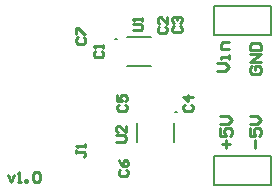
<source format=gto>
G04*
G04 #@! TF.GenerationSoftware,Altium Limited,Altium Designer,21.2.0 (30)*
G04*
G04 Layer_Color=65535*
%FSLAX25Y25*%
%MOIN*%
G70*
G04*
G04 #@! TF.SameCoordinates,97C633C7-0035-430A-B59B-8A352E4D0A73*
G04*
G04*
G04 #@! TF.FilePolarity,Positive*
G04*
G01*
G75*
%ADD10C,0.00787*%
%ADD11C,0.00500*%
%ADD12C,0.01000*%
D10*
X40585Y50077D02*
X39797D01*
X40585D01*
X60532Y25689D02*
X59744D01*
X60532D01*
X72756Y61181D02*
X91772D01*
X72756Y51339D02*
Y61181D01*
Y51339D02*
X91772D01*
Y61181D01*
X72756Y11181D02*
X91772D01*
X72756Y1339D02*
Y11181D01*
Y1339D02*
X91772D01*
Y11181D01*
D11*
X43898Y50728D02*
X51772D01*
X43898Y41201D02*
X51772D01*
X47106Y15650D02*
Y21949D01*
X59390Y15650D02*
Y21949D01*
D12*
X27297Y50656D02*
X26772Y50132D01*
Y49082D01*
X27297Y48557D01*
X29396D01*
X29921Y49082D01*
Y50132D01*
X29396Y50656D01*
X26772Y51706D02*
Y53805D01*
X27297D01*
X29396Y51706D01*
X29921D01*
X4150Y4674D02*
X5199Y2575D01*
X6249Y4674D01*
X7298Y2575D02*
X8348D01*
X7823D01*
Y5723D01*
X7298Y5199D01*
X9922Y2575D02*
Y3100D01*
X10447D01*
Y2575D01*
X9922D01*
X12546Y5199D02*
X13071Y5723D01*
X14120D01*
X14645Y5199D01*
Y3100D01*
X14120Y2575D01*
X13071D01*
X12546Y3100D01*
Y5199D01*
X76757Y13795D02*
Y16419D01*
X75445Y15107D02*
X78068D01*
X74789Y20355D02*
Y17731D01*
X76757D01*
X76101Y19043D01*
Y19699D01*
X76757Y20355D01*
X78068D01*
X78724Y19699D01*
Y18387D01*
X78068Y17731D01*
X74789Y21667D02*
X77412D01*
X78724Y22979D01*
X77412Y24291D01*
X74789D01*
X86599Y13795D02*
Y16419D01*
X84631Y20355D02*
Y17731D01*
X86599D01*
X85943Y19043D01*
Y19699D01*
X86599Y20355D01*
X87911D01*
X88567Y19699D01*
Y18387D01*
X87911Y17731D01*
X84631Y21667D02*
X87255D01*
X88567Y22979D01*
X87255Y24291D01*
X84631D01*
X73804Y39386D02*
X76428D01*
X77740Y40698D01*
X76428Y42010D01*
X73804D01*
X77740Y43322D02*
Y44633D01*
Y43977D01*
X75116D01*
Y43322D01*
X77740Y46601D02*
X75116D01*
Y48569D01*
X75772Y49225D01*
X77740D01*
X85287Y41025D02*
X84631Y40369D01*
Y39057D01*
X85287Y38402D01*
X87911D01*
X88567Y39057D01*
Y40369D01*
X87911Y41025D01*
X86599D01*
Y39713D01*
X88567Y42337D02*
X84631D01*
X88567Y44961D01*
X84631D01*
Y46273D02*
X88567D01*
Y48241D01*
X87911Y48897D01*
X85287D01*
X84631Y48241D01*
Y46273D01*
X40158Y15880D02*
X42782D01*
X43307Y16405D01*
Y17454D01*
X42782Y17979D01*
X40158D01*
X43307Y21128D02*
Y19029D01*
X41208Y21128D01*
X40683D01*
X40158Y20603D01*
Y19554D01*
X40683Y19029D01*
X45670Y53019D02*
X48294D01*
X48818Y53544D01*
Y54593D01*
X48294Y55118D01*
X45670D01*
X48818Y56168D02*
Y57217D01*
Y56692D01*
X45670D01*
X46194Y56168D01*
X26772Y12992D02*
Y11943D01*
Y12467D01*
X29396D01*
X29921Y11943D01*
Y11418D01*
X29396Y10893D01*
X29921Y14042D02*
Y15091D01*
Y14566D01*
X26772D01*
X27297Y14042D01*
X41470Y6562D02*
X40945Y6037D01*
Y4988D01*
X41470Y4463D01*
X43569D01*
X44094Y4988D01*
Y6037D01*
X43569Y6562D01*
X40945Y9710D02*
X41470Y8661D01*
X42520Y7611D01*
X43569D01*
X44094Y8136D01*
Y9186D01*
X43569Y9710D01*
X43044D01*
X42520Y9186D01*
Y7611D01*
X41076Y28215D02*
X40552Y27691D01*
Y26641D01*
X41076Y26116D01*
X43176D01*
X43700Y26641D01*
Y27691D01*
X43176Y28215D01*
X40552Y31364D02*
Y29265D01*
X42126D01*
X41601Y30314D01*
Y30839D01*
X42126Y31364D01*
X43176D01*
X43700Y30839D01*
Y29790D01*
X43176Y29265D01*
X63124Y28215D02*
X62599Y27691D01*
Y26641D01*
X63124Y26116D01*
X65223D01*
X65747Y26641D01*
Y27691D01*
X65223Y28215D01*
X65747Y30839D02*
X62599D01*
X64173Y29265D01*
Y31364D01*
X59458Y54361D02*
X58933Y53836D01*
Y52786D01*
X59458Y52262D01*
X61557D01*
X62081Y52786D01*
Y53836D01*
X61557Y54361D01*
X59458Y55410D02*
X58933Y55935D01*
Y56984D01*
X59458Y57509D01*
X59982D01*
X60507Y56984D01*
Y56460D01*
Y56984D01*
X61032Y57509D01*
X61557D01*
X62081Y56984D01*
Y55935D01*
X61557Y55410D01*
X54462Y54200D02*
X53938Y53675D01*
Y52625D01*
X54462Y52101D01*
X56561D01*
X57086Y52625D01*
Y53675D01*
X56561Y54200D01*
X57086Y57348D02*
Y55249D01*
X54987Y57348D01*
X54462D01*
X53938Y56823D01*
Y55774D01*
X54462Y55249D01*
X33202Y46063D02*
X32678Y45538D01*
Y44489D01*
X33202Y43964D01*
X35302D01*
X35826Y44489D01*
Y45538D01*
X35302Y46063D01*
X35826Y47113D02*
Y48162D01*
Y47637D01*
X32678D01*
X33202Y47113D01*
M02*

</source>
